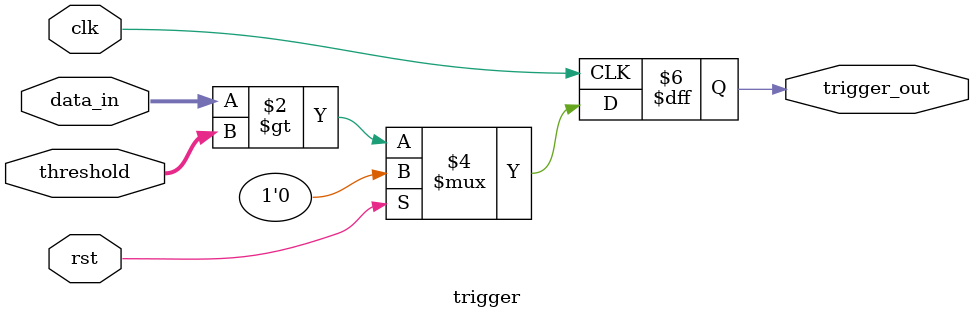
<source format=v>
module trigger #(
    parameter WIDTH = 16
)(
    input wire clk,
    input wire rst,
    input wire [WIDTH-1:0] data_in,
    input wire [WIDTH-1:0] threshold,
    output reg trigger_out
);

always @(posedge clk) begin
    if (rst)
        trigger_out <= 0;
    else
        trigger_out <= (data_in > threshold);
end

endmodule// Trigger logic module
// Detects threshold-crossing events

</source>
